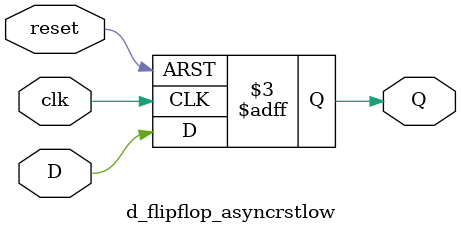
<source format=v>

module d_flipflop_asyncrstlow (
	input D, // Data Input
	input clk, // Clock Signal
	input reset, // Asynchronous Reset Low
	output reg Q); // Data Output

always @(posedge clk or negedge reset) begin

if (reset == 1'b0) 
Q <= 1'b0;
else Q <= D;

end

endmodule

</source>
